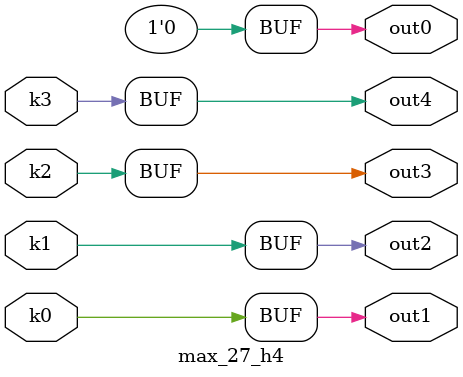
<source format=v>
module max_27(pi00, pi01, pi02, pi03, pi04, pi05, pi06, pi07, pi08, pi09, pi10, po0, po1, po2, po3, po4);
input pi00, pi01, pi02, pi03, pi04, pi05, pi06, pi07, pi08, pi09, pi10;
output po0, po1, po2, po3, po4;
wire k0, k1, k2, k3;
max_27_w4 DUT1 (pi00, pi01, pi02, pi03, pi04, pi05, pi06, pi07, pi08, pi09, pi10, k0, k1, k2, k3);
max_27_h4 DUT2 (k0, k1, k2, k3, po0, po1, po2, po3, po4);
endmodule

module max_27_w4(in10, in9, in8, in7, in6, in5, in4, in3, in2, in1, in0, k3, k2, k1, k0);
input in10, in9, in8, in7, in6, in5, in4, in3, in2, in1, in0;
output k3, k2, k1, k0;
assign k0 =   in0 ? ~in8 : ~in4;
assign k1 =   in0 ? ~in10 : ~in6;
assign k2 =   in0 ? ~in9 : ~in5;
assign k3 =   (((~in10 | (in6 & (in1 | in2))) & (in6 | in1 | in2)) | (~in7 & in3) | (~in8 & in4) | (~in9 & in5)) & ((~in7 & in3) | ((~in9 | in5 | (~in8 & in4)) & (~in8 | in4))) & (~in7 | in3);
endmodule

module max_27_h4(k3, k2, k1, k0, out4, out3, out2, out1, out0);
input k3, k2, k1, k0;
output out4, out3, out2, out1, out0;
assign out0 = 0;
assign out1 = k0;
assign out2 = k1;
assign out3 = k2;
assign out4 = k3;
endmodule

</source>
